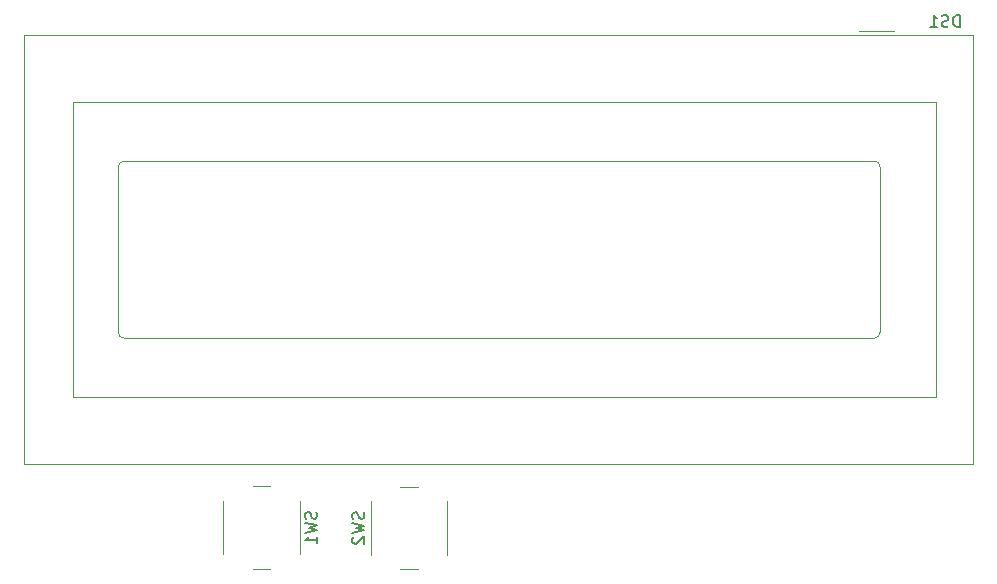
<source format=gbr>
%TF.GenerationSoftware,KiCad,Pcbnew,5.1.8-5.1.8*%
%TF.CreationDate,2021-08-29T21:24:45+08:00*%
%TF.ProjectId,lcr-1,6c63722d-312e-46b6-9963-61645f706362,rev?*%
%TF.SameCoordinates,Original*%
%TF.FileFunction,Legend,Bot*%
%TF.FilePolarity,Positive*%
%FSLAX46Y46*%
G04 Gerber Fmt 4.6, Leading zero omitted, Abs format (unit mm)*
G04 Created by KiCad (PCBNEW 5.1.8-5.1.8) date 2021-08-29 21:24:45*
%MOMM*%
%LPD*%
G01*
G04 APERTURE LIST*
%ADD10C,0.120000*%
%ADD11C,0.150000*%
G04 APERTURE END LIST*
D10*
%TO.C,DS1*%
X181114000Y-98918000D02*
X100834000Y-98918000D01*
X100834000Y-98918000D02*
X100834000Y-62638000D01*
X100834000Y-62638000D02*
X180314000Y-62638000D01*
X181114000Y-62638000D02*
X181114000Y-98918000D01*
X181104000Y-62638000D02*
X180314000Y-62638000D01*
X174474000Y-62278000D02*
X171474000Y-62278000D01*
X172774000Y-73278000D02*
X109274000Y-73278000D01*
X173273720Y-87777320D02*
X173273720Y-73778000D01*
X109273340Y-88278000D02*
X172774000Y-88278000D01*
X108774000Y-73778000D02*
X108774000Y-87778000D01*
X177974000Y-68278000D02*
X104974000Y-68278000D01*
X104974000Y-68278000D02*
X104974000Y-93278000D01*
X104974000Y-93278000D02*
X177974000Y-93278000D01*
X177974000Y-93278000D02*
X177974000Y-68278000D01*
X172773340Y-73276460D02*
G75*
G02*
X173273720Y-73776840I0J-500380D01*
G01*
X173273720Y-87777320D02*
G75*
G02*
X172773340Y-88277700I-500380J0D01*
G01*
X109273340Y-88277700D02*
G75*
G02*
X108772960Y-87777320I0J500380D01*
G01*
X108774000Y-73778000D02*
G75*
G02*
X109274000Y-73278000I500000J0D01*
G01*
%TO.C,SW2*%
X136650360Y-102102160D02*
X136650360Y-106602160D01*
X132650360Y-100852160D02*
X134150360Y-100852160D01*
X130150360Y-106602160D02*
X130150360Y-102102160D01*
X134150360Y-107852160D02*
X132650360Y-107852160D01*
%TO.C,SW1*%
X117649360Y-106574080D02*
X117649360Y-102074080D01*
X121649360Y-107824080D02*
X120149360Y-107824080D01*
X124149360Y-102074080D02*
X124149360Y-106574080D01*
X120149360Y-100824080D02*
X121649360Y-100824080D01*
%TO.C,DS1*%
D11*
X180008285Y-61920380D02*
X180008285Y-60920380D01*
X179770190Y-60920380D01*
X179627333Y-60968000D01*
X179532095Y-61063238D01*
X179484476Y-61158476D01*
X179436857Y-61348952D01*
X179436857Y-61491809D01*
X179484476Y-61682285D01*
X179532095Y-61777523D01*
X179627333Y-61872761D01*
X179770190Y-61920380D01*
X180008285Y-61920380D01*
X179055904Y-61872761D02*
X178913047Y-61920380D01*
X178674952Y-61920380D01*
X178579714Y-61872761D01*
X178532095Y-61825142D01*
X178484476Y-61729904D01*
X178484476Y-61634666D01*
X178532095Y-61539428D01*
X178579714Y-61491809D01*
X178674952Y-61444190D01*
X178865428Y-61396571D01*
X178960666Y-61348952D01*
X179008285Y-61301333D01*
X179055904Y-61206095D01*
X179055904Y-61110857D01*
X179008285Y-61015619D01*
X178960666Y-60968000D01*
X178865428Y-60920380D01*
X178627333Y-60920380D01*
X178484476Y-60968000D01*
X177532095Y-61920380D02*
X178103523Y-61920380D01*
X177817809Y-61920380D02*
X177817809Y-60920380D01*
X177913047Y-61063238D01*
X178008285Y-61158476D01*
X178103523Y-61206095D01*
%TO.C,SW2*%
X129555121Y-103018826D02*
X129602740Y-103161683D01*
X129602740Y-103399779D01*
X129555121Y-103495017D01*
X129507502Y-103542636D01*
X129412264Y-103590255D01*
X129317026Y-103590255D01*
X129221788Y-103542636D01*
X129174169Y-103495017D01*
X129126550Y-103399779D01*
X129078931Y-103209302D01*
X129031312Y-103114064D01*
X128983693Y-103066445D01*
X128888455Y-103018826D01*
X128793217Y-103018826D01*
X128697979Y-103066445D01*
X128650360Y-103114064D01*
X128602740Y-103209302D01*
X128602740Y-103447398D01*
X128650360Y-103590255D01*
X128602740Y-103923588D02*
X129602740Y-104161683D01*
X128888455Y-104352160D01*
X129602740Y-104542636D01*
X128602740Y-104780731D01*
X128697979Y-105114064D02*
X128650360Y-105161683D01*
X128602740Y-105256921D01*
X128602740Y-105495017D01*
X128650360Y-105590255D01*
X128697979Y-105637874D01*
X128793217Y-105685493D01*
X128888455Y-105685493D01*
X129031312Y-105637874D01*
X129602740Y-105066445D01*
X129602740Y-105685493D01*
%TO.C,SW1*%
X125554121Y-102990746D02*
X125601740Y-103133603D01*
X125601740Y-103371699D01*
X125554121Y-103466937D01*
X125506502Y-103514556D01*
X125411264Y-103562175D01*
X125316026Y-103562175D01*
X125220788Y-103514556D01*
X125173169Y-103466937D01*
X125125550Y-103371699D01*
X125077931Y-103181222D01*
X125030312Y-103085984D01*
X124982693Y-103038365D01*
X124887455Y-102990746D01*
X124792217Y-102990746D01*
X124696979Y-103038365D01*
X124649360Y-103085984D01*
X124601740Y-103181222D01*
X124601740Y-103419318D01*
X124649360Y-103562175D01*
X124601740Y-103895508D02*
X125601740Y-104133603D01*
X124887455Y-104324080D01*
X125601740Y-104514556D01*
X124601740Y-104752651D01*
X125601740Y-105657413D02*
X125601740Y-105085984D01*
X125601740Y-105371699D02*
X124601740Y-105371699D01*
X124744598Y-105276460D01*
X124839836Y-105181222D01*
X124887455Y-105085984D01*
%TD*%
M02*

</source>
